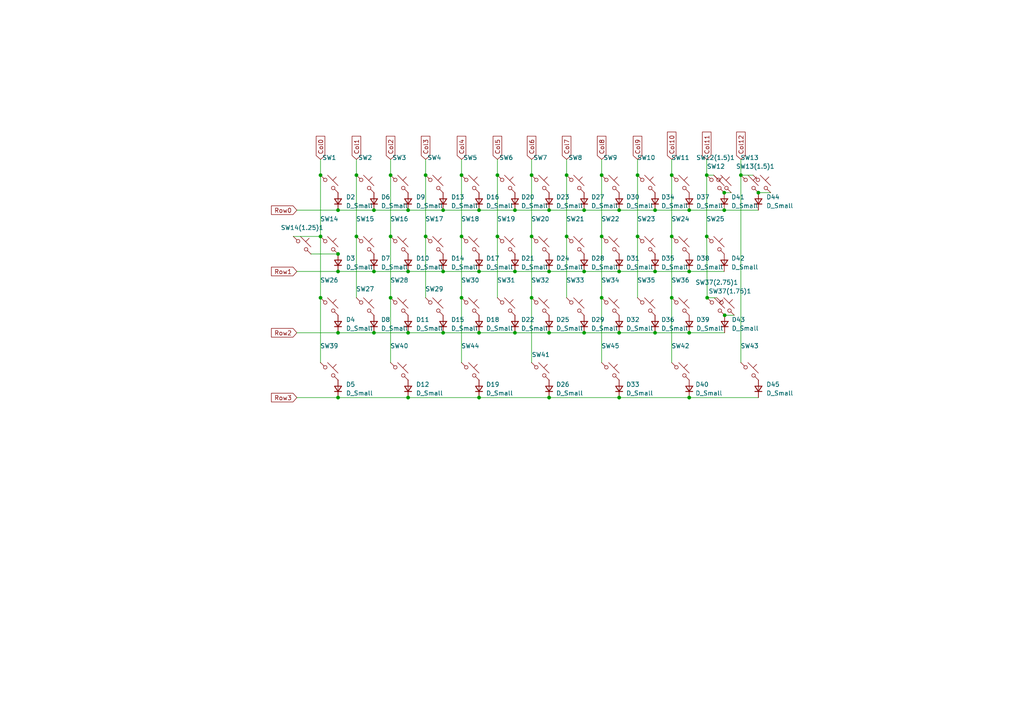
<source format=kicad_sch>
(kicad_sch (version 20211123) (generator eeschema)
  (paper "A4")
  (lib_symbols
    (symbol "Device:D_Small" (pin_numbers hide) (pin_names (offset 0.254) hide)
      (property "Reference" "D" (at -1.27 2.032 0))
      (property "Value" "D_Small" (at -3.81 -2.032 0))
      (symbol "D_Small_0_1"
        (polyline (pts (xy -0.762 -1.016) (xy -0.762 1.016)) (stroke (width 0.254)))
        (polyline (pts (xy -0.762 0) (xy 0.762 0)))
        (polyline (pts (xy 0.762 -1.016) (xy -0.762 0) (xy 0.762 1.016) (xy 0.762 -1.016)) (stroke (width 0.254)))
      )
      (symbol "D_Small_1_1"
        (pin passive line (at -2.54 0 0) (length 1.778) (name "K") (number "1"))
        (pin passive line (at 2.54 0 180) (length 1.778) (name "A") (number "2"))
      )
    )
    (symbol "Switch:SW_Push_45deg" (pin_numbers hide) (pin_names (offset 1.016) hide)
      (property "Reference" "SW" (at 3.048 1.016 0))
      (property "Value" "SW_Push_45deg" (at 0 -3.81 0))
      (symbol "SW_Push_45deg_0_1"
        (circle (center -1.1684 1.1684) (radius 0.508))
        (polyline (pts (xy -0.508 2.54) (xy 2.54 -0.508)))
        (polyline (pts (xy 1.016 1.016) (xy 2.032 2.032)))
        (polyline (pts (xy -2.54 2.54) (xy -1.524 1.524) (xy -1.524 1.524)))
        (polyline (pts (xy 1.524 -1.524) (xy 2.54 -2.54) (xy 2.54 -2.54) (xy 2.54 -2.54)))
        (circle (center 1.143 -1.1938) (radius 0.508))
        (pin passive line (at -2.54 2.54 0) (length 0) (name "1") (number "1"))
        (pin passive line (at 2.54 -2.54 180) (length 0) (name "2") (number "2"))
      )
    )
  )
  (junction (at 204.978 68.58))
  (junction (at 144.272 68.58))
  (junction (at 219.964 55.88))
  (junction (at 210.185 91.44))
  (junction (at 128.524 60.96))
  (junction (at 179.578 115.316))
  (junction (at 154.178 68.58))
  (junction (at 159.258 96.52))
  (junction (at 149.352 96.52))
  (junction (at 103.378 68.58))
  (junction (at 154.178 86.36))
  (junction (at 113.284 68.58))
  (junction (at 138.938 96.52))
  (junction (at 123.444 68.58))
  (junction (at 92.964 68.58))
  (junction (at 169.418 96.52))
  (junction (at 214.884 50.8))
  (junction (at 179.578 78.74))
  (junction (at 184.912 68.58))
  (junction (at 128.524 96.52))
  (junction (at 194.818 68.58))
  (junction (at 92.964 86.36))
  (junction (at 184.912 50.8))
  (junction (at 108.458 78.74))
  (junction (at 133.858 50.8))
  (junction (at 174.498 68.58))
  (junction (at 138.938 60.96))
  (junction (at 118.364 60.96))
  (junction (at 149.352 60.96))
  (junction (at 159.258 78.74))
  (junction (at 204.978 50.8))
  (junction (at 98.044 60.96))
  (junction (at 128.524 78.74))
  (junction (at 199.898 115.316))
  (junction (at 164.338 50.8))
  (junction (at 138.938 78.74))
  (junction (at 92.964 50.8))
  (junction (at 199.898 78.74))
  (junction (at 169.418 60.96))
  (junction (at 199.898 96.52))
  (junction (at 154.178 50.8))
  (junction (at 113.284 86.36))
  (junction (at 108.458 96.52))
  (junction (at 159.258 60.96))
  (junction (at 133.858 86.36))
  (junction (at 189.992 78.74))
  (junction (at 194.818 86.36))
  (junction (at 210.058 55.88))
  (junction (at 103.378 50.8))
  (junction (at 210.058 60.96))
  (junction (at 98.044 78.74))
  (junction (at 179.578 60.96))
  (junction (at 98.044 73.66))
  (junction (at 164.338 68.58))
  (junction (at 144.272 50.8))
  (junction (at 108.458 60.96))
  (junction (at 118.364 78.74))
  (junction (at 189.992 60.96))
  (junction (at 189.992 96.52))
  (junction (at 179.578 96.52))
  (junction (at 133.858 68.58))
  (junction (at 138.938 115.316))
  (junction (at 118.364 115.316))
  (junction (at 174.498 86.36))
  (junction (at 118.364 96.52))
  (junction (at 149.352 78.74))
  (junction (at 98.044 96.52))
  (junction (at 174.498 50.8))
  (junction (at 123.444 50.8))
  (junction (at 98.044 115.316))
  (junction (at 194.818 50.8))
  (junction (at 205.105 86.36))
  (junction (at 169.418 78.74))
  (junction (at 199.898 60.96))
  (junction (at 159.258 115.316))
  (junction (at 113.284 50.8))
  (wire (pts (xy 174.498 68.58) (xy 174.498 86.36)))
  (wire (pts (xy 98.044 78.74) (xy 108.458 78.74)))
  (wire (pts (xy 194.818 86.36) (xy 194.818 105.156)))
  (wire (pts (xy 149.352 78.74) (xy 159.258 78.74)))
  (wire (pts (xy 199.898 60.96) (xy 210.058 60.96)))
  (wire (pts (xy 133.858 86.36) (xy 133.858 105.156)))
  (wire (pts (xy 184.912 50.8) (xy 184.912 68.58)))
  (wire (pts (xy 123.444 50.8) (xy 123.444 68.58)))
  (wire (pts (xy 184.912 46.228) (xy 184.912 50.8)))
  (wire (pts (xy 128.524 60.96) (xy 138.938 60.96)))
  (wire (pts (xy 159.258 115.316) (xy 179.578 115.316)))
  (wire (pts (xy 199.898 115.316) (xy 219.964 115.316)))
  (wire (pts (xy 159.258 78.74) (xy 169.418 78.74)))
  (wire (pts (xy 113.284 46.228) (xy 113.284 50.8)))
  (wire (pts (xy 133.858 46.228) (xy 133.858 50.8)))
  (wire (pts (xy 138.938 78.74) (xy 149.352 78.74)))
  (wire (pts (xy 103.378 68.58) (xy 103.378 86.36)))
  (wire (pts (xy 138.938 96.52) (xy 149.352 96.52)))
  (wire (pts (xy 159.258 60.96) (xy 169.418 60.96)))
  (wire (pts (xy 92.964 68.58) (xy 92.964 86.36)))
  (wire (pts (xy 194.818 46.228) (xy 194.818 50.8)))
  (wire (pts (xy 212.09 55.88) (xy 210.058 55.88)))
  (wire (pts (xy 85.09 68.58) (xy 92.964 68.58)))
  (wire (pts (xy 133.858 50.8) (xy 133.858 68.58)))
  (wire (pts (xy 144.272 68.58) (xy 144.272 86.36)))
  (wire (pts (xy 92.964 105.156) (xy 92.964 86.36)))
  (wire (pts (xy 179.578 60.96) (xy 189.992 60.96)))
  (wire (pts (xy 128.524 78.74) (xy 138.938 78.74)))
  (wire (pts (xy 174.498 46.228) (xy 174.498 50.8)))
  (wire (pts (xy 86.106 78.74) (xy 98.044 78.74)))
  (wire (pts (xy 86.106 115.316) (xy 98.044 115.316)))
  (wire (pts (xy 204.978 50.8) (xy 204.978 68.58)))
  (wire (pts (xy 92.964 46.228) (xy 92.964 50.8)))
  (wire (pts (xy 189.992 60.96) (xy 199.898 60.96)))
  (wire (pts (xy 199.898 96.52) (xy 210.185 96.52)))
  (wire (pts (xy 118.364 115.316) (xy 138.938 115.316)))
  (wire (pts (xy 118.364 78.74) (xy 128.524 78.74)))
  (wire (pts (xy 154.178 46.228) (xy 154.178 50.8)))
  (wire (pts (xy 144.272 50.8) (xy 144.272 68.58)))
  (wire (pts (xy 194.818 68.58) (xy 194.818 86.36)))
  (wire (pts (xy 159.258 96.52) (xy 169.418 96.52)))
  (wire (pts (xy 179.578 78.74) (xy 189.992 78.74)))
  (wire (pts (xy 123.444 68.58) (xy 123.444 86.36)))
  (wire (pts (xy 149.352 60.96) (xy 159.258 60.96)))
  (wire (pts (xy 118.364 60.96) (xy 128.524 60.96)))
  (wire (pts (xy 113.284 50.8) (xy 113.284 68.58)))
  (wire (pts (xy 144.272 46.228) (xy 144.272 50.8)))
  (wire (pts (xy 164.338 46.228) (xy 164.338 50.8)))
  (wire (pts (xy 154.178 68.58) (xy 154.178 86.36)))
  (wire (pts (xy 133.858 68.58) (xy 133.858 86.36)))
  (wire (pts (xy 113.284 68.58) (xy 113.284 86.36)))
  (wire (pts (xy 86.106 60.96) (xy 98.044 60.96)))
  (wire (pts (xy 194.818 50.8) (xy 194.818 68.58)))
  (wire (pts (xy 179.578 115.316) (xy 199.898 115.316)))
  (wire (pts (xy 164.338 68.58) (xy 164.338 86.36)))
  (wire (pts (xy 138.938 60.96) (xy 149.352 60.96)))
  (wire (pts (xy 108.458 78.74) (xy 118.364 78.74)))
  (wire (pts (xy 214.884 46.228) (xy 214.884 50.8)))
  (wire (pts (xy 205.105 86.36) (xy 207.899 86.36)))
  (wire (pts (xy 204.978 46.228) (xy 204.978 50.8)))
  (wire (pts (xy 199.898 78.74) (xy 210.058 78.74)))
  (wire (pts (xy 189.992 78.74) (xy 199.898 78.74)))
  (wire (pts (xy 154.178 50.8) (xy 154.178 68.58)))
  (wire (pts (xy 212.979 91.44) (xy 210.185 91.44)))
  (wire (pts (xy 113.284 105.156) (xy 113.284 86.36)))
  (wire (pts (xy 154.178 86.36) (xy 154.178 105.156)))
  (wire (pts (xy 169.418 60.96) (xy 179.578 60.96)))
  (wire (pts (xy 179.578 96.52) (xy 189.992 96.52)))
  (wire (pts (xy 108.458 60.96) (xy 118.364 60.96)))
  (wire (pts (xy 103.378 50.8) (xy 103.378 68.58)))
  (wire (pts (xy 98.044 96.52) (xy 108.458 96.52)))
  (wire (pts (xy 174.498 50.8) (xy 174.498 68.58)))
  (wire (pts (xy 92.964 50.8) (xy 92.964 68.58)))
  (wire (pts (xy 219.964 55.88) (xy 223.52 55.88)))
  (wire (pts (xy 118.364 96.52) (xy 128.524 96.52)))
  (wire (pts (xy 108.458 96.52) (xy 118.364 96.52)))
  (wire (pts (xy 164.338 50.8) (xy 164.338 68.58)))
  (wire (pts (xy 174.498 86.36) (xy 174.498 105.156)))
  (wire (pts (xy 149.352 96.52) (xy 159.258 96.52)))
  (wire (pts (xy 103.378 46.228) (xy 103.378 50.8)))
  (wire (pts (xy 210.058 60.96) (xy 219.964 60.96)))
  (wire (pts (xy 86.106 96.52) (xy 98.044 96.52)))
  (wire (pts (xy 184.912 68.58) (xy 184.912 86.36)))
  (wire (pts (xy 90.17 73.66) (xy 98.044 73.66)))
  (wire (pts (xy 207.01 50.8) (xy 204.978 50.8)))
  (wire (pts (xy 128.524 96.52) (xy 138.938 96.52)))
  (wire (pts (xy 205.105 86.36) (xy 204.978 68.58)))
  (wire (pts (xy 98.044 115.316) (xy 118.364 115.316)))
  (wire (pts (xy 98.044 60.96) (xy 108.458 60.96)))
  (wire (pts (xy 123.444 46.228) (xy 123.444 50.8)))
  (wire (pts (xy 214.884 50.8) (xy 214.884 105.156)))
  (wire (pts (xy 169.418 78.74) (xy 179.578 78.74)))
  (wire (pts (xy 189.992 96.52) (xy 199.898 96.52)))
  (wire (pts (xy 169.418 96.52) (xy 179.578 96.52)))
  (wire (pts (xy 138.938 115.316) (xy 159.258 115.316)))
  (wire (pts (xy 214.884 50.8) (xy 218.44 50.8)))
  (global_label "Row2" (shape input) (at 86.106 96.52 180) (property "Intersheet References" "${INTERSHEET_REFS}" (effects hide)))
  (global_label "Col10" (shape input) (at 194.818 46.228 90) (property "Intersheet References" "${INTERSHEET_REFS}" (effects hide)))
  (global_label "Col4" (shape input) (at 133.858 46.228 90) (property "Intersheet References" "${INTERSHEET_REFS}" (effects hide)))
  (global_label "Col11" (shape input) (at 204.978 46.228 90) (property "Intersheet References" "${INTERSHEET_REFS}" (effects hide)))
  (global_label "Row1" (shape input) (at 86.106 78.74 180) (property "Intersheet References" "${INTERSHEET_REFS}" (effects hide)))
  (global_label "Col7" (shape input) (at 164.338 46.228 90) (property "Intersheet References" "${INTERSHEET_REFS}" (effects hide)))
  (global_label "Col0" (shape input) (at 92.964 46.228 90) (property "Intersheet References" "${INTERSHEET_REFS}" (effects hide)))
  (global_label "Col12" (shape input) (at 214.884 46.228 90) (property "Intersheet References" "${INTERSHEET_REFS}" (effects hide)))
  (global_label "Row0" (shape input) (at 86.106 60.96 180) (property "Intersheet References" "${INTERSHEET_REFS}" (effects hide)))
  (global_label "Col2" (shape input) (at 113.284 46.228 90) (property "Intersheet References" "${INTERSHEET_REFS}" (effects hide)))
  (global_label "Col6" (shape input) (at 154.178 46.228 90) (property "Intersheet References" "${INTERSHEET_REFS}" (effects hide)))
  (global_label "Col8" (shape input) (at 174.498 46.228 90) (property "Intersheet References" "${INTERSHEET_REFS}" (effects hide)))
  (global_label "Col1" (shape input) (at 103.378 46.228 90) (property "Intersheet References" "${INTERSHEET_REFS}" (effects hide)))
  (global_label "Row3" (shape input) (at 86.106 115.316 180) (property "Intersheet References" "${INTERSHEET_REFS}" (effects hide)))
  (global_label "Col9" (shape input) (at 184.912 46.228 90) (property "Intersheet References" "${INTERSHEET_REFS}" (effects hide)))
  (global_label "Col5" (shape input) (at 144.272 46.228 90) (property "Intersheet References" "${INTERSHEET_REFS}" (effects hide)))
  (global_label "Col3" (shape input) (at 123.444 46.228 90) (property "Intersheet References" "${INTERSHEET_REFS}" (effects hide)))
  (symbol (lib_id "Device:D_Small") (at 108.458 93.98 90) (unit 1)
    (property "Reference" "D8" (at 110.49 92.7099 90) (effects (justify right)))
    (property "Value" "D_Small" (at 110.49 95.2499 90) (effects (justify right)))
    (property "Footprint" "Diode_SMD:D_SOD-123F" (effects hide))
  )
  (symbol (lib_id "Device:D_Small") (at 179.578 112.776 90) (unit 1)
    (property "Reference" "D33" (at 181.61 111.5059 90) (effects (justify right)))
    (property "Value" "D_Small" (at 181.61 114.0459 90) (effects (justify right)))
    (property "Footprint" "Diode_SMD:D_SOD-123F" (effects hide))
  )
  (symbol (lib_id "Switch:SW_Push_45deg") (at 166.878 53.34 0) (unit 1)
    (property "Reference" "SW8" (at 166.878 45.72 0))
    (property "Value" "SW_Push_45deg" (effects hide))
    (property "Footprint" "MX_Only:MXOnly-1U-Hotswap" (effects hide))
  )
  (symbol (lib_id "Device:D_Small") (at 128.524 93.98 90) (unit 1)
    (property "Reference" "D15" (at 130.81 92.7099 90) (effects (justify right)))
    (property "Value" "D_Small" (at 130.81 95.2499 90) (effects (justify right)))
    (property "Footprint" "Diode_SMD:D_SOD-123F" (effects hide))
  )
  (symbol (lib_id "Device:D_Small") (at 210.185 93.98 90) (unit 1)
    (property "Reference" "D43" (at 212.217 92.7099 90) (effects (justify right)))
    (property "Value" "D_Small" (at 212.217 95.2499 90) (effects (justify right)))
    (property "Footprint" "Diode_SMD:D_SOD-123F" (effects hide))
  )
  (symbol (lib_id "Device:D_Small") (at 118.364 112.776 90) (unit 1)
    (property "Reference" "D12" (at 120.65 111.5059 90) (effects (justify right)))
    (property "Value" "D_Small" (at 120.65 114.0459 90) (effects (justify right)))
    (property "Footprint" "Diode_SMD:D_SOD-123F" (effects hide))
  )
  (symbol (lib_id "Device:D_Small") (at 169.418 58.42 90) (unit 1)
    (property "Reference" "D27" (at 171.45 57.1499 90) (effects (justify right)))
    (property "Value" "D_Small" (at 171.45 59.6899 90) (effects (justify right)))
    (property "Footprint" "Diode_SMD:D_SOD-123F" (effects hide))
  )
  (symbol (lib_id "Switch:SW_Push_45deg") (at 187.452 53.34 0) (unit 1)
    (property "Reference" "SW10" (at 187.452 45.72 0))
    (property "Value" "SW_Push_45deg" (effects hide))
    (property "Footprint" "MX_Only:MXOnly-1U-Hotswap" (effects hide))
  )
  (symbol (lib_id "Device:D_Small") (at 179.578 93.98 90) (unit 1)
    (property "Reference" "D32" (at 181.61 92.7099 90) (effects (justify right)))
    (property "Value" "D_Small" (at 181.61 95.2499 90) (effects (justify right)))
    (property "Footprint" "Diode_SMD:D_SOD-123F" (effects hide))
  )
  (symbol (lib_id "Switch:SW_Push_45deg") (at 125.984 71.12 0) (unit 1)
    (property "Reference" "SW17" (at 125.984 63.5 0))
    (property "Value" "SW_Push_45deg" (effects hide))
    (property "Footprint" "MX_Only:MXOnly-1U-Hotswap" (effects hide))
  )
  (symbol (lib_id "Switch:SW_Push_45deg") (at 207.518 53.34 0) (unit 1)
    (property "Reference" "SW12(1.5)1" (at 207.518 45.72 0))
    (property "Value" "SW_Push_45deg" (effects hide))
    (property "Footprint" "MX_Only:MXOnly-1.5U-Hotswap" (effects hide))
  )
  (symbol (lib_id "Switch:SW_Push_45deg") (at 125.984 53.34 0) (unit 1)
    (property "Reference" "SW4" (at 125.984 45.72 0))
    (property "Value" "SW_Push_45deg" (effects hide))
    (property "Footprint" "MX_Only:MXOnly-1U-Hotswap" (effects hide))
  )
  (symbol (lib_id "Switch:SW_Push_45deg") (at 105.918 88.9 0) (unit 1)
    (property "Reference" "SW27" (at 105.918 83.82 0))
    (property "Value" "SW_Push_45deg" (effects hide))
    (property "Footprint" "MX_Only:MXOnly-1U-Hotswap" (effects hide))
  )
  (symbol (lib_id "Device:D_Small") (at 128.524 76.2 90) (unit 1)
    (property "Reference" "D14" (at 130.81 74.9299 90) (effects (justify right)))
    (property "Value" "D_Small" (at 130.81 77.4699 90) (effects (justify right)))
    (property "Footprint" "Diode_SMD:D_SOD-123F" (effects hide))
  )
  (symbol (lib_id "Switch:SW_Push_45deg") (at 146.812 53.34 0) (unit 1)
    (property "Reference" "SW6" (at 146.812 45.72 0))
    (property "Value" "SW_Push_45deg" (effects hide))
    (property "Footprint" "MX_Only:MXOnly-1U-Hotswap" (effects hide))
  )
  (symbol (lib_id "Switch:SW_Push_45deg") (at 115.824 107.696 0) (unit 1)
    (property "Reference" "SW40" (at 115.824 100.33 0))
    (property "Value" "SW_Push_45deg" (effects hide))
    (property "Footprint" "MX_Only:MXOnly-1U-Hotswap" (effects hide))
  )
  (symbol (lib_id "Switch:SW_Push_45deg") (at 115.824 88.9 0) (unit 1)
    (property "Reference" "SW28" (at 115.824 81.28 0))
    (property "Value" "SW_Push_45deg" (effects hide))
    (property "Footprint" "MX_Only:MXOnly-1U-Hotswap" (effects hide))
  )
  (symbol (lib_id "Switch:SW_Push_45deg") (at 209.55 53.34 0) (unit 1)
    (property "Reference" "SW12" (at 207.645 48.26 0))
    (property "Value" "SW_Push_45deg" (effects hide))
    (property "Footprint" "MX_Only:MXOnly-1U-Hotswap" (effects hide))
  )
  (symbol (lib_id "Device:D_Small") (at 98.044 76.2 90) (unit 1)
    (property "Reference" "D3" (at 100.33 74.9299 90) (effects (justify right)))
    (property "Value" "D_Small" (at 100.33 77.4699 90) (effects (justify right)))
    (property "Footprint" "Diode_SMD:D_SOD-123F" (effects hide))
  )
  (symbol (lib_id "Device:D_Small") (at 138.938 58.42 90) (unit 1)
    (property "Reference" "D16" (at 140.97 57.1499 90) (effects (justify right)))
    (property "Value" "D_Small" (at 140.97 59.6899 90) (effects (justify right)))
    (property "Footprint" "Diode_SMD:D_SOD-123F" (effects hide))
  )
  (symbol (lib_id "Switch:SW_Push_45deg") (at 156.718 88.9 0) (unit 1)
    (property "Reference" "SW32" (at 156.718 81.28 0))
    (property "Value" "SW_Push_45deg" (effects hide))
    (property "Footprint" "MX_Only:MXOnly-1U-Hotswap" (effects hide))
  )
  (symbol (lib_id "Switch:SW_Push_45deg") (at 95.504 53.34 0) (unit 1)
    (property "Reference" "SW1" (at 95.504 45.72 0))
    (property "Value" "SW_Push_45deg" (effects hide))
    (property "Footprint" "MX_Only:MXOnly-1.5U-Hotswap" (effects hide))
  )
  (symbol (lib_id "Device:D_Small") (at 159.258 112.776 90) (unit 1)
    (property "Reference" "D26" (at 161.29 111.5059 90) (effects (justify right)))
    (property "Value" "D_Small" (at 161.29 114.0459 90) (effects (justify right)))
    (property "Footprint" "Diode_SMD:D_SOD-123F" (effects hide))
  )
  (symbol (lib_id "Device:D_Small") (at 219.964 112.776 90) (unit 1)
    (property "Reference" "D45" (at 222.25 111.5059 90) (effects (justify right)))
    (property "Value" "D_Small" (at 222.25 114.0459 90) (effects (justify right)))
    (property "Footprint" "Diode_SMD:D_SOD-123F" (effects hide))
  )
  (symbol (lib_id "Switch:SW_Push_45deg") (at 166.878 71.12 0) (unit 1)
    (property "Reference" "SW21" (at 166.878 63.5 0))
    (property "Value" "SW_Push_45deg" (effects hide))
    (property "Footprint" "MX_Only:MXOnly-1U-Hotswap" (effects hide))
  )
  (symbol (lib_id "Switch:SW_Push_45deg") (at 156.718 71.12 0) (unit 1)
    (property "Reference" "SW20" (at 156.718 63.5 0))
    (property "Value" "SW_Push_45deg" (effects hide))
    (property "Footprint" "MX_Only:MXOnly-1U-Hotswap" (effects hide))
  )
  (symbol (lib_id "Device:D_Small") (at 98.044 93.98 90) (unit 1)
    (property "Reference" "D4" (at 100.33 92.7099 90) (effects (justify right)))
    (property "Value" "D_Small" (at 100.33 95.2499 90) (effects (justify right)))
    (property "Footprint" "Diode_SMD:D_SOD-123F" (effects hide))
  )
  (symbol (lib_id "Switch:SW_Push_45deg") (at 95.504 88.9 0) (unit 1)
    (property "Reference" "SW26" (at 95.504 81.28 0))
    (property "Value" "SW_Push_45deg" (effects hide))
    (property "Footprint" "MX_Only:MXOnly-2.25U-Hotswap" (effects hide))
  )
  (symbol (lib_id "Device:D_Small") (at 159.258 58.42 90) (unit 1)
    (property "Reference" "D23" (at 161.29 57.1499 90) (effects (justify right)))
    (property "Value" "D_Small" (at 161.29 59.6899 90) (effects (justify right)))
    (property "Footprint" "Diode_SMD:D_SOD-123F" (effects hide))
  )
  (symbol (lib_id "Device:D_Small") (at 199.898 58.42 90) (unit 1)
    (property "Reference" "D37" (at 201.93 57.1499 90) (effects (justify right)))
    (property "Value" "D_Small" (at 201.93 59.6899 90) (effects (justify right)))
    (property "Footprint" "Diode_SMD:D_SOD-123F" (effects hide))
  )
  (symbol (lib_id "Device:D_Small") (at 189.992 93.98 90) (unit 1)
    (property "Reference" "D36" (at 191.77 92.7099 90) (effects (justify right)))
    (property "Value" "D_Small" (at 191.77 95.2499 90) (effects (justify right)))
    (property "Footprint" "Diode_SMD:D_SOD-123F" (effects hide))
  )
  (symbol (lib_id "Device:D_Small") (at 199.898 76.2 90) (unit 1)
    (property "Reference" "D38" (at 201.93 74.9299 90) (effects (justify right)))
    (property "Value" "D_Small" (at 201.93 77.4699 90) (effects (justify right)))
    (property "Footprint" "Diode_SMD:D_SOD-123F" (effects hide))
  )
  (symbol (lib_id "Switch:SW_Push_45deg") (at 136.398 107.696 0) (unit 1)
    (property "Reference" "SW44" (at 136.398 100.33 0))
    (property "Value" "SW_Push_45deg" (effects hide))
    (property "Footprint" "MX_Only:MXOnly-3U-Hotswap-ReversedStabilizers" (effects hide))
  )
  (symbol (lib_id "Switch:SW_Push_45deg") (at 87.63 71.12 0) (unit 1)
    (property "Reference" "SW14(1.25)1" (at 87.63 66.04 0))
    (property "Value" "SW_Push_45deg" (effects hide))
    (property "Footprint" "MX_Only:MXOnly-1.25U-Hotswap" (effects hide))
  )
  (symbol (lib_id "Switch:SW_Push_45deg") (at 105.918 53.34 0) (unit 1)
    (property "Reference" "SW2" (at 105.918 45.72 0))
    (property "Value" "SW_Push_45deg" (effects hide))
    (property "Footprint" "MX_Only:MXOnly-1U-Hotswap" (effects hide))
  )
  (symbol (lib_id "Device:D_Small") (at 189.992 76.2 90) (unit 1)
    (property "Reference" "D35" (at 191.77 74.9299 90) (effects (justify right)))
    (property "Value" "D_Small" (at 191.77 77.4699 90) (effects (justify right)))
    (property "Footprint" "Diode_SMD:D_SOD-123F" (effects hide))
  )
  (symbol (lib_id "Device:D_Small") (at 169.418 76.2 90) (unit 1)
    (property "Reference" "D28" (at 171.45 74.9299 90) (effects (justify right)))
    (property "Value" "D_Small" (at 171.45 77.4699 90) (effects (justify right)))
    (property "Footprint" "Diode_SMD:D_SOD-123F" (effects hide))
  )
  (symbol (lib_id "Switch:SW_Push_45deg") (at 95.504 71.12 0) (unit 1)
    (property "Reference" "SW14" (at 95.504 63.5 0))
    (property "Value" "SW_Push_45deg" (effects hide))
    (property "Footprint" "MX_Only:MXOnly-1.75U-Hotswap" (effects hide))
  )
  (symbol (lib_id "Switch:SW_Push_45deg") (at 207.518 71.12 0) (unit 1)
    (property "Reference" "SW25" (at 207.518 63.5 0))
    (property "Value" "SW_Push_45deg" (effects hide))
    (property "Footprint" "MX_Only:MXOnly-2.25U-Hotswap" (effects hide))
  )
  (symbol (lib_id "Device:D_Small") (at 210.058 76.2 90) (unit 1)
    (property "Reference" "D42" (at 212.09 74.9299 90) (effects (justify right)))
    (property "Value" "D_Small" (at 212.09 77.4699 90) (effects (justify right)))
    (property "Footprint" "Diode_SMD:D_SOD-123F" (effects hide))
  )
  (symbol (lib_id "Switch:SW_Push_45deg") (at 115.824 53.34 0) (unit 1)
    (property "Reference" "SW3" (at 115.824 45.72 0))
    (property "Value" "SW_Push_45deg" (effects hide))
    (property "Footprint" "MX_Only:MXOnly-1U-Hotswap" (effects hide))
  )
  (symbol (lib_id "Device:D_Small") (at 219.964 58.42 90) (unit 1)
    (property "Reference" "D44" (at 222.25 57.1499 90) (effects (justify right)))
    (property "Value" "D_Small" (at 222.25 59.6899 90) (effects (justify right)))
    (property "Footprint" "Diode_SMD:D_SOD-123F" (effects hide))
  )
  (symbol (lib_id "Device:D_Small") (at 108.458 76.2 90) (unit 1)
    (property "Reference" "D7" (at 110.49 74.9299 90) (effects (justify right)))
    (property "Value" "D_Small" (at 110.49 77.4699 90) (effects (justify right)))
    (property "Footprint" "Diode_SMD:D_SOD-123F" (effects hide))
  )
  (symbol (lib_id "Device:D_Small") (at 159.258 76.2 90) (unit 1)
    (property "Reference" "D24" (at 161.29 74.9299 90) (effects (justify right)))
    (property "Value" "D_Small" (at 161.29 77.4699 90) (effects (justify right)))
    (property "Footprint" "Diode_SMD:D_SOD-123F" (effects hide))
  )
  (symbol (lib_id "Device:D_Small") (at 199.898 112.776 90) (unit 1)
    (property "Reference" "D40" (at 201.676 111.5059 90) (effects (justify right)))
    (property "Value" "D_Small" (at 201.676 114.0459 90) (effects (justify right)))
    (property "Footprint" "Diode_SMD:D_SOD-123F" (effects hide))
  )
  (symbol (lib_id "Device:D_Small") (at 189.992 58.42 90) (unit 1)
    (property "Reference" "D34" (at 191.77 57.1499 90) (effects (justify right)))
    (property "Value" "D_Small" (at 191.77 59.6899 90) (effects (justify right)))
    (property "Footprint" "Diode_SMD:D_SOD-123F" (effects hide))
  )
  (symbol (lib_id "Switch:SW_Push_45deg") (at 177.038 71.12 0) (unit 1)
    (property "Reference" "SW22" (at 177.038 63.5 0))
    (property "Value" "SW_Push_45deg" (effects hide))
    (property "Footprint" "MX_Only:MXOnly-1U-Hotswap" (effects hide))
  )
  (symbol (lib_id "Switch:SW_Push_45deg") (at 146.812 88.9 0) (unit 1)
    (property "Reference" "SW31" (at 146.812 81.28 0))
    (property "Value" "SW_Push_45deg" (effects hide))
    (property "Footprint" "MX_Only:MXOnly-1U-Hotswap" (effects hide))
  )
  (symbol (lib_id "Switch:SW_Push_45deg") (at 146.812 71.12 0) (unit 1)
    (property "Reference" "SW19" (at 146.812 63.5 0))
    (property "Value" "SW_Push_45deg" (effects hide))
    (property "Footprint" "MX_Only:MXOnly-1U-Hotswap" (effects hide))
  )
  (symbol (lib_id "Switch:SW_Push_45deg") (at 220.98 53.34 0) (unit 1)
    (property "Reference" "SW13(1.5)1" (at 219.075 48.26 0))
    (property "Value" "SW_Push_45deg" (effects hide))
    (property "Footprint" "MX_Only:MXOnly-1.5U-Hotswap" (effects hide))
  )
  (symbol (lib_id "Switch:SW_Push_45deg") (at 156.718 53.34 0) (unit 1)
    (property "Reference" "SW7" (at 156.718 45.72 0))
    (property "Value" "SW_Push_45deg" (effects hide))
    (property "Footprint" "MX_Only:MXOnly-1U-Hotswap" (effects hide))
  )
  (symbol (lib_id "Switch:SW_Push_45deg") (at 177.038 88.9 0) (unit 1)
    (property "Reference" "SW34" (at 177.038 81.28 0))
    (property "Value" "SW_Push_45deg" (effects hide))
    (property "Footprint" "MX_Only:MXOnly-1U-Hotswap" (effects hide))
  )
  (symbol (lib_id "Device:D_Small") (at 179.578 58.42 90) (unit 1)
    (property "Reference" "D30" (at 181.61 57.1499 90) (effects (justify right)))
    (property "Value" "D_Small" (at 181.61 59.6899 90) (effects (justify right)))
    (property "Footprint" "Diode_SMD:D_SOD-123F" (effects hide))
  )
  (symbol (lib_id "Device:D_Small") (at 199.898 93.98 90) (unit 1)
    (property "Reference" "D39" (at 201.93 92.7099 90) (effects (justify right)))
    (property "Value" "D_Small" (at 201.93 95.2499 90) (effects (justify right)))
    (property "Footprint" "Diode_SMD:D_SOD-123F" (effects hide))
  )
  (symbol (lib_id "Device:D_Small") (at 138.938 76.2 90) (unit 1)
    (property "Reference" "D17" (at 140.97 74.9299 90) (effects (justify right)))
    (property "Value" "D_Small" (at 140.97 77.4699 90) (effects (justify right)))
    (property "Footprint" "Diode_SMD:D_SOD-123F" (effects hide))
  )
  (symbol (lib_id "Switch:SW_Push_45deg") (at 217.424 53.34 0) (unit 1)
    (property "Reference" "SW13" (at 217.424 45.72 0))
    (property "Value" "SW_Push_45deg" (effects hide))
    (property "Footprint" "MX_Only:MXOnly-1U-Hotswap" (effects hide))
  )
  (symbol (lib_id "Switch:SW_Push_45deg") (at 136.398 71.12 0) (unit 1)
    (property "Reference" "SW18" (at 136.398 63.5 0))
    (property "Value" "SW_Push_45deg" (effects hide))
    (property "Footprint" "MX_Only:MXOnly-1U-Hotswap" (effects hide))
  )
  (symbol (lib_id "Switch:SW_Push_45deg") (at 210.439 88.9 0) (unit 1)
    (property "Reference" "SW37(1.75)1" (at 211.709 84.455 0))
    (property "Value" "SW_Push_45deg" (effects hide))
    (property "Footprint" "MX_Only:MXOnly-1.75U-Hotswap" (effects hide))
  )
  (symbol (lib_id "Device:D_Small") (at 149.352 93.98 90) (unit 1)
    (property "Reference" "D22" (at 151.13 92.7099 90) (effects (justify right)))
    (property "Value" "D_Small" (at 151.13 95.2499 90) (effects (justify right)))
    (property "Footprint" "Diode_SMD:D_SOD-123F" (effects hide))
  )
  (symbol (lib_id "Device:D_Small") (at 138.938 93.98 90) (unit 1)
    (property "Reference" "D18" (at 140.97 92.7099 90) (effects (justify right)))
    (property "Value" "D_Small" (at 140.97 95.2499 90) (effects (justify right)))
    (property "Footprint" "Diode_SMD:D_SOD-123F" (effects hide))
  )
  (symbol (lib_id "Device:D_Small") (at 149.352 76.2 90) (unit 1)
    (property "Reference" "D21" (at 151.13 74.9299 90) (effects (justify right)))
    (property "Value" "D_Small" (at 151.13 77.4699 90) (effects (justify right)))
    (property "Footprint" "Diode_SMD:D_SOD-123F" (effects hide))
  )
  (symbol (lib_id "Switch:SW_Push_45deg") (at 187.452 71.12 0) (unit 1)
    (property "Reference" "SW23" (at 187.452 63.5 0))
    (property "Value" "SW_Push_45deg" (effects hide))
    (property "Footprint" "MX_Only:MXOnly-1U-Hotswap" (effects hide))
  )
  (symbol (lib_id "Device:D_Small") (at 179.578 76.2 90) (unit 1)
    (property "Reference" "D31" (at 181.61 74.9299 90) (effects (justify right)))
    (property "Value" "D_Small" (at 181.61 77.4699 90) (effects (justify right)))
    (property "Footprint" "Diode_SMD:D_SOD-123F" (effects hide))
  )
  (symbol (lib_id "Switch:SW_Push_45deg") (at 105.918 71.12 0) (unit 1)
    (property "Reference" "SW15" (at 105.918 63.5 0))
    (property "Value" "SW_Push_45deg" (effects hide))
    (property "Footprint" "MX_Only:MXOnly-1U-Hotswap" (effects hide))
  )
  (symbol (lib_id "Switch:SW_Push_45deg") (at 197.358 71.12 0) (unit 1)
    (property "Reference" "SW24" (at 197.358 63.5 0))
    (property "Value" "SW_Push_45deg" (effects hide))
    (property "Footprint" "MX_Only:MXOnly-1U-Hotswap" (effects hide))
  )
  (symbol (lib_id "Switch:SW_Push_45deg") (at 197.358 88.9 0) (unit 1)
    (property "Reference" "SW36" (at 197.358 81.28 0))
    (property "Value" "SW_Push_45deg" (effects hide))
    (property "Footprint" "MX_Only:MXOnly-1U-Hotswap" (effects hide))
  )
  (symbol (lib_id "Device:D_Small") (at 128.524 58.42 90) (unit 1)
    (property "Reference" "D13" (at 130.81 57.1499 90) (effects (justify right)))
    (property "Value" "D_Small" (at 130.81 59.6899 90) (effects (justify right)))
    (property "Footprint" "Diode_SMD:D_SOD-123F" (effects hide))
  )
  (symbol (lib_id "Switch:SW_Push_45deg") (at 197.358 53.34 0) (unit 1)
    (property "Reference" "SW11" (at 197.358 45.72 0))
    (property "Value" "SW_Push_45deg" (effects hide))
    (property "Footprint" "MX_Only:MXOnly-1U-Hotswap" (effects hide))
  )
  (symbol (lib_id "Device:D_Small") (at 98.044 112.776 90) (unit 1)
    (property "Reference" "D5" (at 100.33 111.5059 90) (effects (justify right)))
    (property "Value" "D_Small" (at 100.33 114.0459 90) (effects (justify right)))
    (property "Footprint" "Diode_SMD:D_SOD-123F" (effects hide))
  )
  (symbol (lib_id "Device:D_Small") (at 210.058 58.42 90) (unit 1)
    (property "Reference" "D41" (at 212.09 57.1499 90) (effects (justify right)))
    (property "Value" "D_Small" (at 212.09 59.6899 90) (effects (justify right)))
    (property "Footprint" "Diode_SMD:D_SOD-123F" (effects hide))
  )
  (symbol (lib_id "Switch:SW_Push_45deg") (at 177.038 53.34 0) (unit 1)
    (property "Reference" "SW9" (at 177.038 45.72 0))
    (property "Value" "SW_Push_45deg" (effects hide))
    (property "Footprint" "MX_Only:MXOnly-1U-Hotswap" (effects hide))
  )
  (symbol (lib_id "Device:D_Small") (at 118.364 58.42 90) (unit 1)
    (property "Reference" "D9" (at 120.65 57.1499 90) (effects (justify right)))
    (property "Value" "D_Small" (at 120.65 59.6899 90) (effects (justify right)))
    (property "Footprint" "Diode_SMD:D_SOD-123F" (effects hide))
  )
  (symbol (lib_id "Device:D_Small") (at 108.458 58.42 90) (unit 1)
    (property "Reference" "D6" (at 110.49 57.1499 90) (effects (justify right)))
    (property "Value" "D_Small" (at 110.49 59.6899 90) (effects (justify right)))
    (property "Footprint" "Diode_SMD:D_SOD-123F" (effects hide))
  )
  (symbol (lib_id "Device:D_Small") (at 149.352 58.42 90) (unit 1)
    (property "Reference" "D20" (at 151.13 57.1499 90) (effects (justify right)))
    (property "Value" "D_Small" (at 151.13 59.6899 90) (effects (justify right)))
    (property "Footprint" "Diode_SMD:D_SOD-123F" (effects hide))
  )
  (symbol (lib_id "Device:D_Small") (at 118.364 93.98 90) (unit 1)
    (property "Reference" "D11" (at 120.65 92.7099 90) (effects (justify right)))
    (property "Value" "D_Small" (at 120.65 95.2499 90) (effects (justify right)))
    (property "Footprint" "Diode_SMD:D_SOD-123F" (effects hide))
  )
  (symbol (lib_id "Device:D_Small") (at 138.938 112.776 90) (unit 1)
    (property "Reference" "D19" (at 140.97 111.5059 90) (effects (justify right)))
    (property "Value" "D_Small" (at 140.97 114.0459 90) (effects (justify right)))
    (property "Footprint" "Diode_SMD:D_SOD-123F" (effects hide))
  )
  (symbol (lib_id "Switch:SW_Push_45deg") (at 207.645 88.9 0) (unit 1)
    (property "Reference" "SW37(2.75)1" (at 207.899 81.915 0))
    (property "Value" "SW_Push_45deg" (effects hide))
    (property "Footprint" "MX_Only:MXOnly-2.75U-Hotswap" (effects hide))
  )
  (symbol (lib_id "Switch:SW_Push_45deg") (at 136.398 88.9 0) (unit 1)
    (property "Reference" "SW30" (at 136.398 81.28 0))
    (property "Value" "SW_Push_45deg" (effects hide))
    (property "Footprint" "MX_Only:MXOnly-1U-Hotswap" (effects hide))
  )
  (symbol (lib_id "Device:D_Small") (at 159.258 93.98 90) (unit 1)
    (property "Reference" "D25" (at 161.29 92.7099 90) (effects (justify right)))
    (property "Value" "D_Small" (at 161.29 95.2499 90) (effects (justify right)))
    (property "Footprint" "Diode_SMD:D_SOD-123F" (effects hide))
  )
  (symbol (lib_id "Device:D_Small") (at 169.418 93.98 90) (unit 1)
    (property "Reference" "D29" (at 171.45 92.7099 90) (effects (justify right)))
    (property "Value" "D_Small" (at 171.45 95.2499 90) (effects (justify right)))
    (property "Footprint" "Diode_SMD:D_SOD-123F" (effects hide))
  )
  (symbol (lib_id "Switch:SW_Push_45deg") (at 136.398 53.34 0) (unit 1)
    (property "Reference" "SW5" (at 136.398 45.72 0))
    (property "Value" "SW_Push_45deg" (effects hide))
    (property "Footprint" "MX_Only:MXOnly-1U-Hotswap" (effects hide))
  )
  (symbol (lib_id "Switch:SW_Push_45deg") (at 187.452 88.9 0) (unit 1)
    (property "Reference" "SW35" (at 187.452 81.28 0))
    (property "Value" "SW_Push_45deg" (effects hide))
    (property "Footprint" "MX_Only:MXOnly-1U-Hotswap" (effects hide))
  )
  (symbol (lib_id "Device:D_Small") (at 118.364 76.2 90) (unit 1)
    (property "Reference" "D10" (at 120.65 74.9299 90) (effects (justify right)))
    (property "Value" "D_Small" (at 120.65 77.4699 90) (effects (justify right)))
    (property "Footprint" "Diode_SMD:D_SOD-123F" (effects hide))
  )
  (symbol (lib_id "Switch:SW_Push_45deg") (at 125.984 88.9 0) (unit 1)
    (property "Reference" "SW29" (at 125.984 83.82 0))
    (property "Value" "SW_Push_45deg" (effects hide))
    (property "Footprint" "MX_Only:MXOnly-1U-Hotswap" (effects hide))
  )
  (symbol (lib_id "Switch:SW_Push_45deg") (at 217.424 107.696 0) (unit 1)
    (property "Reference" "SW43" (at 217.424 100.33 0))
    (property "Value" "SW_Push_45deg" (effects hide))
    (property "Footprint" "MX_Only:MXOnly-1.5U-Hotswap" (effects hide))
  )
  (symbol (lib_id "Switch:SW_Push_45deg") (at 177.038 107.696 0) (unit 1)
    (property "Reference" "SW45" (at 177.038 100.33 0))
    (property "Value" "SW_Push_45deg" (effects hide))
    (property "Footprint" "MX_Only:MXOnly-3U-Hotswap-ReversedStabilizers" (effects hide))
  )
  (symbol (lib_id "Switch:SW_Push_45deg") (at 156.718 107.696 0) (unit 1)
    (property "Reference" "SW41" (at 156.845 102.87 0))
    (property "Value" "SW_Push_45deg" (effects hide))
    (property "Footprint" "MX_Only:MXOnly-7U-Hotswap-ReversedStabilizers" (effects hide))
  )
  (symbol (lib_id "Switch:SW_Push_45deg") (at 197.358 107.696 0) (unit 1)
    (property "Reference" "SW42" (at 197.358 100.33 0))
    (property "Value" "SW_Push_45deg" (effects hide))
    (property "Footprint" "MX_Only:MXOnly-1U-Hotswap" (effects hide))
  )
  (symbol (lib_id "Switch:SW_Push_45deg") (at 115.824 71.12 0) (unit 1)
    (property "Reference" "SW16" (at 115.824 63.5 0))
    (property "Value" "SW_Push_45deg" (effects hide))
    (property "Footprint" "MX_Only:MXOnly-1U-Hotswap" (effects hide))
  )
  (symbol (lib_id "Switch:SW_Push_45deg") (at 166.878 88.9 0) (unit 1)
    (property "Reference" "SW33" (at 166.878 81.28 0))
    (property "Value" "SW_Push_45deg" (effects hide))
    (property "Footprint" "MX_Only:MXOnly-1U-Hotswap" (effects hide))
  )
  (symbol (lib_id "Device:D_Small") (at 98.044 58.42 90) (unit 1)
    (property "Reference" "D2" (at 100.33 57.1499 90) (effects (justify right)))
    (property "Value" "D_Small" (at 100.33 59.6899 90) (effects (justify right)))
    (property "Footprint" "Diode_SMD:D_SOD-123F" (effects hide))
  )
  (symbol (lib_id "Switch:SW_Push_45deg") (at 95.504 107.696 0) (unit 1)
    (property "Reference" "SW39" (at 95.504 100.33 0))
    (property "Value" "SW_Push_45deg" (effects hide))
    (property "Footprint" "MX_Only:MXOnly-1.5U-Hotswap" (effects hide))
  )
)
</source>
